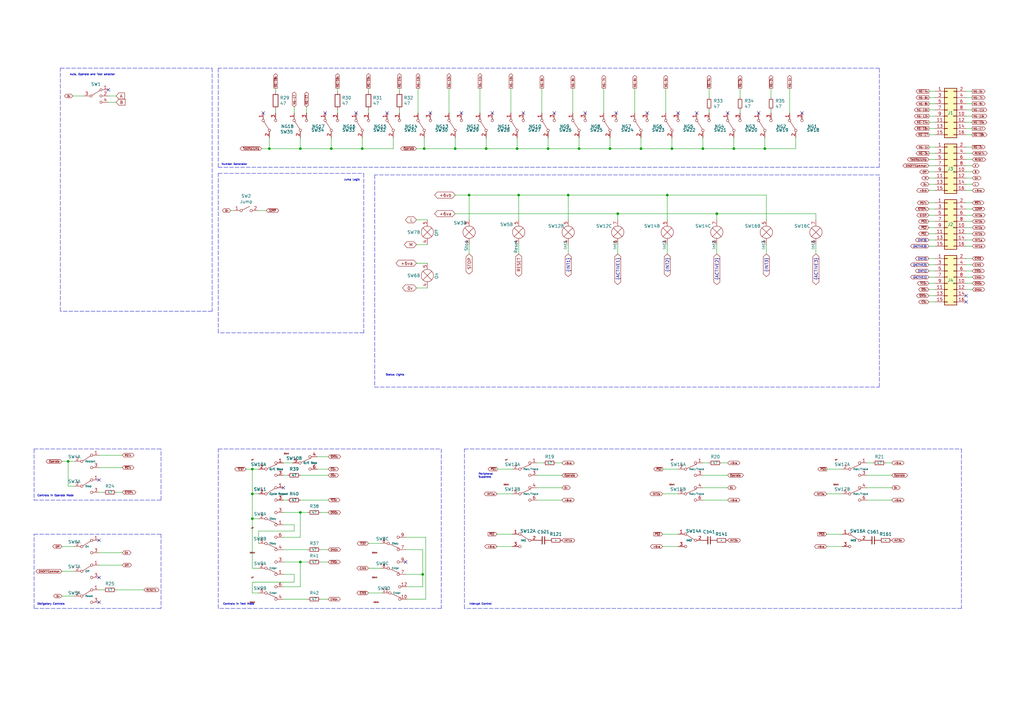
<source format=kicad_sch>
(kicad_sch (version 20211123) (generator eeschema)
  (paper "A3")
  (lib_symbols
    (symbol "Connector_Generic:Conn_02x08_Odd_Even" (pin_names (offset 1.016) hide)
      (property "Reference" "J" (at 1.27 10.16 0))
      (property "Value" "Conn_02x08_Odd_Even" (at 1.27 -12.7 0))
      (symbol "Conn_02x08_Odd_Even_1_1"
        (pin passive line (at -5.08 7.62 0) (length 3.81) (name "Pin_1") (number "1"))
        (pin passive line (at 7.62 -2.54 180) (length 3.81) (name "Pin_10") (number "10"))
        (pin passive line (at -5.08 -5.08 0) (length 3.81) (name "Pin_11") (number "11"))
        (pin passive line (at 7.62 -5.08 180) (length 3.81) (name "Pin_12") (number "12"))
        (pin passive line (at -5.08 -7.62 0) (length 3.81) (name "Pin_13") (number "13"))
        (pin passive line (at 7.62 -7.62 180) (length 3.81) (name "Pin_14") (number "14"))
        (pin passive line (at -5.08 -10.16 0) (length 3.81) (name "Pin_15") (number "15"))
        (pin passive line (at 7.62 -10.16 180) (length 3.81) (name "Pin_16") (number "16"))
        (pin passive line (at 7.62 7.62 180) (length 3.81) (name "Pin_2") (number "2"))
        (pin passive line (at -5.08 5.08 0) (length 3.81) (name "Pin_3") (number "3"))
        (pin passive line (at 7.62 5.08 180) (length 3.81) (name "Pin_4") (number "4"))
        (pin passive line (at -5.08 2.54 0) (length 3.81) (name "Pin_5") (number "5"))
        (pin passive line (at 7.62 2.54 180) (length 3.81) (name "Pin_6") (number "6"))
        (pin passive line (at -5.08 0 0) (length 3.81) (name "Pin_7") (number "7"))
        (pin passive line (at 7.62 0 180) (length 3.81) (name "Pin_8") (number "8"))
        (pin passive line (at -5.08 -2.54 0) (length 3.81) (name "Pin_9") (number "9"))
      )
    )
    (symbol "Control-Panel1-rescue:ControlPanelSelectors-LSA" (pin_names (offset 0) hide)
      (property "Reference" "SW" (at 0 4.318 0))
      (property "Value" "ControlPanelSelectors-LSA" (at 0 -5.08 0))
      (symbol "ControlPanelSelectors-LSA_1_0"
        (text "UP" (at -7.62 3.81 0) (effects (font (size 0.508 0.508))))
      )
      (symbol "ControlPanelSelectors-LSA_1_1"
        (pin passive line (at 5.08 2.54 180) (length 2.54) (name "~") (number "1"))
        (pin passive line (at -5.08 0 0) (length 2.54) (name "~") (number "2"))
        (pin passive line (at 5.08 -2.54 180) (length 2.54) (name "~") (number "3"))
      )
      (symbol "ControlPanelSelectors-LSA_2_1"
        (text "DOWN" (at -7.62 3.81 0) (effects (font (size 0.508 0.508))))
        (pin passive line (at 5.08 2.54 180) (length 2.54) (name "~") (number "4"))
        (pin passive line (at -5.08 0 0) (length 2.54) (name "B") (number "5"))
        (pin passive line (at 5.08 -2.54 180) (length 2.54) (name "~") (number "6"))
      )
      (symbol "ControlPanelSelectors-LSA_3_1"
        (text "DOWN" (at -7.62 3.81 0) (effects (font (size 0.508 0.508))))
        (pin passive line (at 5.08 2.54 180) (length 2.54) (name "~") (number "7"))
        (pin passive line (at -5.08 0 0) (length 2.54) (name "~") (number "8"))
        (pin passive line (at 5.08 -2.54 180) (length 2.54) (name "~") (number "9"))
      )
      (symbol "ControlPanelSelectors-LSA_4_1"
        (text "DOWN" (at -7.62 3.81 0) (effects (font (size 0.508 0.508))))
        (pin passive line (at 5.08 2.54 180) (length 2.54) (name "~") (number "10"))
        (pin passive line (at -5.08 0 0) (length 2.54) (name "~") (number "11"))
        (pin passive line (at 5.08 -2.54 180) (length 2.54) (name "~") (number "12"))
      )
    )
    (symbol "Control-Panel1-rescue:SPDT_Illuminated-LSA" (pin_names (offset 0) hide)
      (property "Reference" "SW" (at 0 4.318 0))
      (property "Value" "SPDT_Illuminated-LSA" (at 0 -5.08 0))
      (symbol "SPDT_Illuminated-LSA_1_1"
        (pin passive line (at 5.08 2.54 180) (length 2.54) (name "A") (number "1"))
        (pin passive line (at -5.08 0 0) (length 2.54) (name "B") (number "2"))
        (pin passive line (at 5.08 -2.54 180) (length 2.54) (name "C") (number "3"))
      )
      (symbol "SPDT_Illuminated-LSA_2_1"
        (pin passive line (at 5.08 0 180) (length 2.54) (name "+") (number "4"))
        (pin passive line (at -5.08 0 0) (length 2.54) (name "-") (number "5"))
      )
    )
    (symbol "Control-Panel1-rescue:SPDT_Illuminatedx2-LSA" (pin_names (offset 0) hide)
      (property "Reference" "SW" (at 0 4.318 0))
      (property "Value" "SPDT_Illuminatedx2-LSA" (at 0 -5.08 0))
      (symbol "SPDT_Illuminatedx2-LSA_1_1"
        (pin passive line (at 5.08 2.54 180) (length 2.54) (name "A") (number "1"))
        (pin passive line (at -5.08 0 0) (length 2.54) (name "B") (number "2"))
        (pin passive line (at 5.08 -2.54 180) (length 2.54) (name "C") (number "3"))
      )
      (symbol "SPDT_Illuminatedx2-LSA_2_1"
        (pin passive line (at 5.08 0 180) (length 2.54) (name "+") (number "4"))
        (pin passive line (at -5.08 0 0) (length 2.54) (name "-") (number "5"))
      )
      (symbol "SPDT_Illuminatedx2-LSA_3_1"
        (pin passive line (at 5.08 0 180) (length 2.54) (name "+") (number "6"))
        (pin passive line (at -5.08 0 0) (length 2.54) (name "-") (number "7"))
      )
    )
    (symbol "Device:C_Small" (pin_numbers hide) (pin_names (offset 0.254) hide)
      (property "Reference" "C" (at 0.254 1.778 0))
      (property "Value" "C_Small" (at 0.254 -2.032 0))
      (symbol "C_Small_1_1"
        (pin passive line (at 0 2.54 270) (length 2.032) (name "~") (number "1"))
        (pin passive line (at 0 -2.54 90) (length 2.032) (name "~") (number "2"))
      )
    )
    (symbol "Device:R" (pin_numbers hide) (pin_names (offset 0))
      (property "Reference" "R" (at 2.032 0 90))
      (property "Value" "R" (at 0 0 90))
      (symbol "R_1_1"
        (pin passive line (at 0 3.81 270) (length 1.27) (name "~") (number "1"))
        (pin passive line (at 0 -3.81 90) (length 1.27) (name "~") (number "2"))
      )
    )
    (symbol "Device:R_Small" (pin_numbers hide) (pin_names (offset 0.254) hide)
      (property "Reference" "R" (at 0.762 0.508 0))
      (property "Value" "R_Small" (at 0.762 -1.016 0))
      (symbol "R_Small_1_1"
        (pin passive line (at 0 2.54 270) (length 0.762) (name "~") (number "1"))
        (pin passive line (at 0 -2.54 90) (length 0.762) (name "~") (number "2"))
      )
    )
    (symbol "Switch:SW_SP3T" (pin_names (offset 0) hide)
      (property "Reference" "SW" (at 0 5.08 0))
      (property "Value" "SW_SP3T" (at 0 -5.08 0))
      (symbol "SW_SP3T_1_1"
        (pin passive line (at 5.08 2.54 180) (length 2.54) (name "1") (number "1"))
        (pin passive line (at 5.08 0 180) (length 2.54) (name "2") (number "2"))
        (pin passive line (at -5.08 0 0) (length 2.54) (name "3") (number "3"))
        (pin passive line (at 5.08 -2.54 180) (length 2.54) (name "4") (number "4"))
      )
    )
    (symbol "Switch:SW_SPDT" (pin_names (offset 0) hide)
      (property "Reference" "SW" (at 0 4.318 0))
      (property "Value" "SW_SPDT" (at 0 -5.08 0))
      (symbol "SW_SPDT_1_1"
        (pin passive line (at 5.08 2.54 180) (length 2.54) (name "A") (number "1"))
        (pin passive line (at -5.08 0 0) (length 2.54) (name "B") (number "2"))
        (pin passive line (at 5.08 -2.54 180) (length 2.54) (name "C") (number "3"))
      )
    )
    (symbol "Switch:SW_SPST" (pin_names (offset 0) hide)
      (property "Reference" "SW" (at 0 3.175 0))
      (property "Value" "SW_SPST" (at 0 -2.54 0))
      (symbol "SW_SPST_1_1"
        (pin passive line (at -5.08 0 0) (length 2.54) (name "A") (number "1"))
        (pin passive line (at 5.08 0 180) (length 2.54) (name "B") (number "2"))
      )
    )
  )
  (junction (at 173.99 60.96))
  (junction (at 27.94 189.23))
  (junction (at 212.09 60.96))
  (junction (at 237.49 60.96))
  (junction (at 135.89 60.96))
  (junction (at 110.49 60.96))
  (junction (at 123.19 210.185))
  (junction (at 123.19 230.505))
  (junction (at 192.405 80.01))
  (junction (at 148.59 60.96))
  (junction (at 275.59 60.96))
  (junction (at 212.725 80.01))
  (junction (at 313.69 60.96))
  (junction (at 300.99 60.96))
  (junction (at 173.355 235.585))
  (junction (at 103.505 202.565))
  (junction (at 273.685 80.01))
  (junction (at 233.045 80.01))
  (junction (at 123.19 60.96))
  (junction (at 103.505 212.725))
  (junction (at 103.505 192.405))
  (junction (at 186.69 60.96))
  (junction (at 262.89 60.96))
  (junction (at 199.39 60.96))
  (junction (at 224.79 60.96))
  (junction (at 253.365 87.63))
  (junction (at 288.29 60.96))
  (junction (at 250.19 60.96))
  (junction (at 294.005 87.63))
  (no_connect (at 176.53 46.355))
  (no_connect (at 214.63 46.355))
  (no_connect (at 396.24 121.285))
  (no_connect (at 44.45 36.83))
  (no_connect (at 146.05 46.355))
  (no_connect (at 265.43 46.355))
  (no_connect (at 311.15 46.355))
  (no_connect (at 189.23 46.355))
  (no_connect (at 107.95 46.355))
  (no_connect (at 240.03 46.355))
  (no_connect (at 328.93 46.355))
  (no_connect (at 278.13 46.355))
  (no_connect (at 158.75 46.355))
  (no_connect (at 40.64 247.015))
  (no_connect (at 116.205 200.025))
  (no_connect (at 285.75 46.355))
  (no_connect (at 201.93 46.355))
  (no_connect (at 298.45 46.355))
  (no_connect (at 252.73 46.355))
  (no_connect (at 40.64 221.615))
  (no_connect (at 227.33 46.355))
  (no_connect (at 133.35 46.355))
  (no_connect (at 166.37 230.505))
  (no_connect (at 40.64 196.85))
  (no_connect (at 396.24 123.825))
  (no_connect (at 40.64 236.855))
  (wire (pts (xy 103.505 192.405) (xy 106.045 192.405)))
  (wire (pts (xy 288.29 60.96) (xy 275.59 60.96)))
  (wire (pts (xy 323.85 36.195) (xy 323.85 46.355)))
  (wire (pts (xy 59.055 241.935) (xy 47.625 241.935)))
  (wire (pts (xy 173.355 240.665) (xy 167.005 240.665)))
  (wire (pts (xy 237.49 56.515) (xy 237.49 60.96)))
  (wire (pts (xy 174.625 245.745) (xy 167.005 245.745)))
  (polyline (pts (xy 13.97 219.075) (xy 66.04 219.075)))
  (wire (pts (xy 381 111.125) (xy 383.54 111.125)))
  (wire (pts (xy 381 116.205) (xy 383.54 116.205)))
  (wire (pts (xy 192.405 100.33) (xy 192.405 104.14)))
  (wire (pts (xy 166.37 225.425) (xy 173.355 225.425)))
  (polyline (pts (xy 66.04 219.075) (xy 66.04 249.555)))
  (wire (pts (xy 358.14 189.865) (xy 355.6 189.865)))
  (polyline (pts (xy 89.535 136.525) (xy 89.535 71.12)))
  (wire (pts (xy 381 42.545) (xy 383.54 42.545)))
  (wire (pts (xy 106.045 233.045) (xy 103.505 233.045)))
  (wire (pts (xy 212.09 60.96) (xy 199.39 60.96)))
  (wire (pts (xy 50.165 226.695) (xy 40.64 226.695)))
  (wire (pts (xy 131.445 210.185) (xy 134.62 210.185)))
  (wire (pts (xy 396.24 62.865) (xy 398.78 62.865)))
  (wire (pts (xy 161.29 60.96) (xy 148.59 60.96)))
  (wire (pts (xy 103.505 233.045) (xy 103.505 212.725)))
  (polyline (pts (xy 89.535 71.12) (xy 149.225 71.12)))
  (wire (pts (xy 381 40.005) (xy 383.54 40.005)))
  (wire (pts (xy 396.24 65.405) (xy 398.78 65.405)))
  (wire (pts (xy 381 90.805) (xy 383.54 90.805)))
  (wire (pts (xy 381 118.745) (xy 383.54 118.745)))
  (wire (pts (xy 381 108.585) (xy 383.54 108.585)))
  (wire (pts (xy 110.49 56.515) (xy 110.49 60.96)))
  (wire (pts (xy 381 123.825) (xy 383.54 123.825)))
  (wire (pts (xy 396.24 111.125) (xy 398.78 111.125)))
  (wire (pts (xy 396.24 73.025) (xy 398.78 73.025)))
  (wire (pts (xy 313.69 60.96) (xy 300.99 60.96)))
  (wire (pts (xy 173.355 225.425) (xy 173.355 235.585)))
  (wire (pts (xy 381 83.185) (xy 383.54 83.185)))
  (wire (pts (xy 316.23 45.085) (xy 316.23 46.355)))
  (wire (pts (xy 103.505 212.725) (xy 103.505 202.565)))
  (wire (pts (xy 170.815 100.33) (xy 175.26 100.33)))
  (wire (pts (xy 381 95.885) (xy 383.54 95.885)))
  (wire (pts (xy 151.13 46.355) (xy 151.13 45.085)))
  (polyline (pts (xy 13.97 184.15) (xy 13.97 205.105)))
  (polyline (pts (xy 190.5 249.555) (xy 190.5 184.15)))
  (wire (pts (xy 134.62 192.405) (xy 130.175 192.405)))
  (wire (pts (xy 222.25 46.355) (xy 222.25 36.195)))
  (polyline (pts (xy 89.535 68.58) (xy 360.68 68.58)))
  (wire (pts (xy 355.6 205.105) (xy 365.76 205.105)))
  (wire (pts (xy 106.045 86.36) (xy 109.22 86.36)))
  (wire (pts (xy 247.65 36.195) (xy 247.65 46.355)))
  (wire (pts (xy 398.78 70.485) (xy 396.24 70.485)))
  (wire (pts (xy 396.24 37.465) (xy 398.78 37.465)))
  (wire (pts (xy 163.83 45.085) (xy 163.83 46.355)))
  (polyline (pts (xy 13.97 249.555) (xy 13.97 219.075)))
  (wire (pts (xy 381 60.325) (xy 383.54 60.325)))
  (wire (pts (xy 396.24 83.185) (xy 398.78 83.185)))
  (wire (pts (xy 212.09 56.515) (xy 212.09 60.96)))
  (wire (pts (xy 203.835 224.155) (xy 210.185 224.155)))
  (wire (pts (xy 365.76 200.025) (xy 355.6 200.025)))
  (wire (pts (xy 118.11 194.945) (xy 116.205 194.945)))
  (polyline (pts (xy 360.68 27.94) (xy 89.535 27.94)))
  (wire (pts (xy 253.365 90.17) (xy 253.365 87.63)))
  (wire (pts (xy 151.13 37.465) (xy 151.13 36.195)))
  (wire (pts (xy 47.625 41.91) (xy 44.45 41.91)))
  (polyline (pts (xy 149.225 71.12) (xy 149.225 136.525)))
  (wire (pts (xy 25.4 224.155) (xy 30.48 224.155)))
  (wire (pts (xy 381 55.245) (xy 383.54 55.245)))
  (wire (pts (xy 151.13 233.045) (xy 156.21 233.045)))
  (wire (pts (xy 175.26 90.17) (xy 170.815 90.17)))
  (wire (pts (xy 110.49 60.96) (xy 123.19 60.96)))
  (wire (pts (xy 271.78 192.405) (xy 278.13 192.405)))
  (wire (pts (xy 396.24 47.625) (xy 398.78 47.625)))
  (wire (pts (xy 303.53 45.085) (xy 303.53 46.355)))
  (wire (pts (xy 116.205 230.505) (xy 123.19 230.505)))
  (wire (pts (xy 123.19 220.345) (xy 123.19 210.185)))
  (wire (pts (xy 203.835 192.405) (xy 210.185 192.405)))
  (polyline (pts (xy 24.765 27.94) (xy 86.995 27.94)))
  (wire (pts (xy 40.64 191.77) (xy 50.165 191.77)))
  (wire (pts (xy 120.65 238.76) (xy 103.505 238.76)))
  (wire (pts (xy 294.005 87.63) (xy 334.645 87.63)))
  (wire (pts (xy 300.99 56.515) (xy 300.99 60.96)))
  (wire (pts (xy 339.09 224.155) (xy 345.44 224.155)))
  (wire (pts (xy 120.015 189.865) (xy 116.205 189.865)))
  (wire (pts (xy 120.65 235.585) (xy 120.65 238.76)))
  (wire (pts (xy 199.39 60.96) (xy 186.69 60.96)))
  (wire (pts (xy 25.4 189.23) (xy 27.94 189.23)))
  (wire (pts (xy 396.24 98.425) (xy 398.78 98.425)))
  (polyline (pts (xy 86.995 27.94) (xy 86.995 127.635)))
  (wire (pts (xy 381 106.045) (xy 383.54 106.045)))
  (wire (pts (xy 135.89 56.515) (xy 135.89 60.96)))
  (wire (pts (xy 396.24 106.045) (xy 398.78 106.045)))
  (wire (pts (xy 192.405 80.01) (xy 212.725 80.01)))
  (wire (pts (xy 233.045 80.01) (xy 273.685 80.01)))
  (wire (pts (xy 148.59 56.515) (xy 148.59 60.96)))
  (wire (pts (xy 116.205 240.665) (xy 123.19 240.665)))
  (wire (pts (xy 209.55 36.195) (xy 209.55 46.355)))
  (wire (pts (xy 233.045 90.17) (xy 233.045 80.01)))
  (wire (pts (xy 138.43 45.085) (xy 138.43 46.355)))
  (wire (pts (xy 383.54 70.485) (xy 381 70.485)))
  (wire (pts (xy 116.205 220.345) (xy 123.19 220.345)))
  (wire (pts (xy 173.355 235.585) (xy 173.355 240.665)))
  (wire (pts (xy 262.89 56.515) (xy 262.89 60.96)))
  (wire (pts (xy 396.24 93.345) (xy 398.78 93.345)))
  (wire (pts (xy 334.645 87.63) (xy 334.645 90.17)))
  (polyline (pts (xy 360.68 71.755) (xy 153.67 71.755)))
  (wire (pts (xy 151.13 222.885) (xy 156.21 222.885)))
  (wire (pts (xy 326.39 56.515) (xy 326.39 60.96)))
  (wire (pts (xy 381 50.165) (xy 383.54 50.165)))
  (wire (pts (xy 253.365 87.63) (xy 294.005 87.63)))
  (wire (pts (xy 123.19 205.105) (xy 134.62 205.105)))
  (wire (pts (xy 175.26 107.95) (xy 170.815 107.95)))
  (wire (pts (xy 203.835 219.075) (xy 210.185 219.075)))
  (wire (pts (xy 273.685 80.01) (xy 314.325 80.01)))
  (polyline (pts (xy 360.68 68.58) (xy 360.68 27.94)))
  (wire (pts (xy 381 93.345) (xy 383.54 93.345)))
  (wire (pts (xy 113.03 37.465) (xy 113.03 36.195)))
  (wire (pts (xy 230.505 194.945) (xy 220.345 194.945)))
  (wire (pts (xy 212.725 90.17) (xy 212.725 80.01)))
  (wire (pts (xy 224.79 56.515) (xy 224.79 60.96)))
  (wire (pts (xy 173.355 235.585) (xy 166.37 235.585)))
  (polyline (pts (xy 89.535 249.555) (xy 89.535 184.15)))
  (polyline (pts (xy 66.04 249.555) (xy 13.97 249.555)))
  (wire (pts (xy 233.045 100.33) (xy 233.045 104.14)))
  (wire (pts (xy 381 75.565) (xy 383.54 75.565)))
  (wire (pts (xy 381 73.025) (xy 383.54 73.025)))
  (wire (pts (xy 396.24 116.205) (xy 398.78 116.205)))
  (polyline (pts (xy 13.97 184.15) (xy 66.04 184.15)))
  (wire (pts (xy 234.95 36.195) (xy 234.95 46.355)))
  (wire (pts (xy 339.09 192.405) (xy 345.44 192.405)))
  (wire (pts (xy 103.505 243.205) (xy 106.045 243.205)))
  (wire (pts (xy 230.505 200.025) (xy 220.345 200.025)))
  (wire (pts (xy 398.78 85.725) (xy 396.24 85.725)))
  (wire (pts (xy 262.89 60.96) (xy 250.19 60.96)))
  (wire (pts (xy 273.685 90.17) (xy 273.685 80.01)))
  (wire (pts (xy 116.205 215.265) (xy 120.65 215.265)))
  (wire (pts (xy 260.35 46.355) (xy 260.35 36.195)))
  (wire (pts (xy 131.445 230.505) (xy 134.62 230.505)))
  (wire (pts (xy 298.45 189.865) (xy 295.91 189.865)))
  (wire (pts (xy 222.885 189.865) (xy 220.345 189.865)))
  (wire (pts (xy 170.815 60.96) (xy 173.99 60.96)))
  (wire (pts (xy 288.29 205.105) (xy 298.45 205.105)))
  (wire (pts (xy 396.24 78.105) (xy 398.78 78.105)))
  (wire (pts (xy 184.15 36.195) (xy 184.15 46.355)))
  (polyline (pts (xy 180.975 249.555) (xy 89.535 249.555)))
  (wire (pts (xy 116.205 245.745) (xy 126.365 245.745)))
  (wire (pts (xy 381 100.965) (xy 383.54 100.965)))
  (wire (pts (xy 314.325 100.33) (xy 314.325 104.14)))
  (wire (pts (xy 396.24 40.005) (xy 398.78 40.005)))
  (wire (pts (xy 199.39 56.515) (xy 199.39 60.96)))
  (wire (pts (xy 224.79 60.96) (xy 212.09 60.96)))
  (wire (pts (xy 113.03 46.355) (xy 113.03 45.085)))
  (wire (pts (xy 365.76 189.865) (xy 363.22 189.865)))
  (wire (pts (xy 120.65 217.805) (xy 106.045 217.805)))
  (wire (pts (xy 50.165 231.775) (xy 40.64 231.775)))
  (wire (pts (xy 40.64 201.93) (xy 42.545 201.93)))
  (polyline (pts (xy 66.04 205.105) (xy 66.04 184.15)))
  (wire (pts (xy 381 88.265) (xy 383.54 88.265)))
  (wire (pts (xy 398.78 90.805) (xy 396.24 90.805)))
  (wire (pts (xy 339.09 202.565) (xy 345.44 202.565)))
  (polyline (pts (xy 394.335 184.15) (xy 394.335 249.555)))
  (wire (pts (xy 212.725 100.33) (xy 212.725 104.14)))
  (wire (pts (xy 123.19 210.185) (xy 126.365 210.185)))
  (wire (pts (xy 174.625 220.345) (xy 174.625 245.745)))
  (wire (pts (xy 381 113.665) (xy 383.54 113.665)))
  (wire (pts (xy 106.045 217.805) (xy 106.045 222.885)))
  (wire (pts (xy 381 47.625) (xy 383.54 47.625)))
  (polyline (pts (xy 153.67 158.75) (xy 360.68 158.75)))
  (wire (pts (xy 237.49 60.96) (xy 224.79 60.96)))
  (wire (pts (xy 314.325 90.17) (xy 314.325 80.01)))
  (wire (pts (xy 316.23 36.195) (xy 316.23 40.005)))
  (wire (pts (xy 365.76 194.945) (xy 355.6 194.945)))
  (wire (pts (xy 396.24 100.965) (xy 398.78 100.965)))
  (polyline (pts (xy 89.535 184.15) (xy 180.975 184.15)))
  (wire (pts (xy 396.24 67.945) (xy 398.78 67.945)))
  (wire (pts (xy 173.99 60.96) (xy 173.99 56.515)))
  (wire (pts (xy 42.545 241.935) (xy 40.64 241.935)))
  (polyline (pts (xy 360.68 158.75) (xy 360.68 71.755)))
  (wire (pts (xy 116.205 235.585) (xy 120.65 235.585)))
  (wire (pts (xy 120.65 215.265) (xy 120.65 217.805)))
  (wire (pts (xy 220.345 205.105) (xy 230.505 205.105)))
  (wire (pts (xy 381 65.405) (xy 383.54 65.405)))
  (wire (pts (xy 151.13 243.205) (xy 156.845 243.205)))
  (wire (pts (xy 118.11 205.105) (xy 116.205 205.105)))
  (wire (pts (xy 130.175 187.325) (xy 134.62 187.325)))
  (wire (pts (xy 396.24 113.665) (xy 398.78 113.665)))
  (wire (pts (xy 107.315 60.96) (xy 110.49 60.96)))
  (wire (pts (xy 398.78 88.265) (xy 396.24 88.265)))
  (wire (pts (xy 383.54 98.425) (xy 381 98.425)))
  (polyline (pts (xy 89.535 27.94) (xy 89.535 68.58)))
  (wire (pts (xy 123.19 240.665) (xy 123.19 230.505)))
  (wire (pts (xy 381 85.725) (xy 383.54 85.725)))
  (wire (pts (xy 396.24 108.585) (xy 398.78 108.585)))
  (wire (pts (xy 326.39 60.96) (xy 313.69 60.96)))
  (polyline (pts (xy 394.335 249.555) (xy 190.5 249.555)))
  (wire (pts (xy 25.4 244.475) (xy 30.48 244.475)))
  (wire (pts (xy 398.78 95.885) (xy 396.24 95.885)))
  (wire (pts (xy 273.685 100.33) (xy 273.685 104.14)))
  (wire (pts (xy 250.19 60.96) (xy 237.49 60.96)))
  (wire (pts (xy 288.29 56.515) (xy 288.29 60.96)))
  (wire (pts (xy 290.83 189.865) (xy 288.29 189.865)))
  (polyline (pts (xy 13.97 205.105) (xy 66.04 205.105)))
  (wire (pts (xy 103.505 238.76) (xy 103.505 243.205)))
  (wire (pts (xy 396.24 55.245) (xy 398.78 55.245)))
  (wire (pts (xy 396.24 52.705) (xy 398.78 52.705)))
  (polyline (pts (xy 86.995 127.635) (xy 24.765 127.635)))
  (wire (pts (xy 250.19 56.515) (xy 250.19 60.96)))
  (wire (pts (xy 275.59 60.96) (xy 262.89 60.96)))
  (wire (pts (xy 138.43 36.195) (xy 138.43 37.465)))
  (wire (pts (xy 381 45.085) (xy 383.54 45.085)))
  (wire (pts (xy 253.365 100.33) (xy 253.365 104.14)))
  (wire (pts (xy 271.78 224.155) (xy 278.13 224.155)))
  (wire (pts (xy 50.165 201.93) (xy 47.625 201.93)))
  (wire (pts (xy 163.83 36.195) (xy 163.83 37.465)))
  (wire (pts (xy 271.78 219.075) (xy 278.13 219.075)))
  (wire (pts (xy 396.24 118.745) (xy 398.78 118.745)))
  (wire (pts (xy 396.24 75.565) (xy 398.78 75.565)))
  (wire (pts (xy 27.94 189.23) (xy 30.48 189.23)))
  (wire (pts (xy 398.78 60.325) (xy 396.24 60.325)))
  (wire (pts (xy 29.845 39.37) (xy 34.29 39.37)))
  (wire (pts (xy 186.69 56.515) (xy 186.69 60.96)))
  (wire (pts (xy 161.29 56.515) (xy 161.29 60.96)))
  (wire (pts (xy 298.45 200.025) (xy 288.29 200.025)))
  (wire (pts (xy 383.54 62.865) (xy 381 62.865)))
  (wire (pts (xy 271.78 202.565) (xy 278.13 202.565)))
  (polyline (pts (xy 180.975 184.15) (xy 180.975 249.555)))
  (wire (pts (xy 290.83 36.195) (xy 290.83 40.005)))
  (wire (pts (xy 192.405 90.17) (xy 192.405 80.01)))
  (wire (pts (xy 294.005 100.33) (xy 294.005 104.14)))
  (wire (pts (xy 120.65 43.815) (xy 120.65 46.355)))
  (wire (pts (xy 94.615 86.36) (xy 95.885 86.36)))
  (polyline (pts (xy 149.225 136.525) (xy 89.535 136.525)))
  (wire (pts (xy 166.37 220.345) (xy 174.625 220.345)))
  (polyline (pts (xy 153.67 71.755) (xy 153.67 158.75)))
  (wire (pts (xy 40.64 186.69) (xy 50.165 186.69)))
  (wire (pts (xy 303.53 36.195) (xy 303.53 40.005)))
  (wire (pts (xy 100.965 192.405) (xy 103.505 192.405)))
  (wire (pts (xy 273.05 46.355) (xy 273.05 36.195)))
  (wire (pts (xy 381 52.705) (xy 383.54 52.705)))
  (wire (pts (xy 396.24 42.545) (xy 398.78 42.545)))
  (polyline (pts (xy 190.5 184.15) (xy 394.335 184.15)))
  (wire (pts (xy 396.24 50.165) (xy 398.78 50.165)))
  (wire (pts (xy 381 37.465) (xy 383.54 37.465)))
  (wire (pts (xy 123.19 60.96) (xy 123.19 56.515)))
  (polyline (pts (xy 24.765 127.635) (xy 24.765 27.94)))
  (wire (pts (xy 186.69 87.63) (xy 253.365 87.63)))
  (wire (pts (xy 381 121.285) (xy 383.54 121.285)))
  (wire (pts (xy 116.205 210.185) (xy 123.19 210.185)))
  (wire (pts (xy 186.69 80.01) (xy 192.405 80.01)))
  (wire (pts (xy 171.45 36.195) (xy 171.45 46.355)))
  (wire (pts (xy 396.24 45.085) (xy 398.78 45.085)))
  (wire (pts (xy 294.005 90.17) (xy 294.005 87.63)))
  (wire (pts (xy 25.4 234.315) (xy 30.48 234.315)))
  (wire (pts (xy 290.83 45.085) (xy 290.83 46.355)))
  (wire (pts (xy 381 67.945) (xy 383.54 67.945)))
  (wire (pts (xy 123.19 230.505) (xy 126.365 230.505)))
  (wire (pts (xy 313.69 56.515) (xy 313.69 60.96)))
  (wire (pts (xy 135.89 60.96) (xy 123.19 60.96)))
  (wire (pts (xy 44.45 39.37) (xy 47.625 39.37)))
  (wire (pts (xy 383.54 78.105) (xy 381 78.105)))
  (wire (pts (xy 106.045 212.725) (xy 103.505 212.725)))
  (wire (pts (xy 212.725 80.01) (xy 233.045 80.01)))
  (wire (pts (xy 339.09 219.075) (xy 345.44 219.075)))
  (wire (pts (xy 196.85 36.195) (xy 196.85 46.355)))
  (wire (pts (xy 148.59 60.96) (xy 135.89 60.96)))
  (wire (pts (xy 134.62 194.945) (xy 123.19 194.945)))
  (wire (pts (xy 186.69 60.96) (xy 173.99 60.96)))
  (wire (pts (xy 134.62 225.425) (xy 131.445 225.425)))
  (wire (pts (xy 170.815 118.11) (xy 175.26 118.11)))
  (wire (pts (xy 106.045 202.565) (xy 103.505 202.565)))
  (wire (pts (xy 27.94 199.39) (xy 27.94 189.23)))
  (wire (pts (xy 134.62 245.745) (xy 131.445 245.745)))
  (wire (pts (xy 275.59 56.515) (xy 275.59 60.96)))
  (wire (pts (xy 230.505 189.865) (xy 227.965 189.865)))
  (wire (pts (xy 203.835 202.565) (xy 210.185 202.565)))
  (wire (pts (xy 300.99 60.96) (xy 288.29 60.96)))
  (wire (pts (xy 125.73 43.815) (xy 125.73 46.355)))
  (wire (pts (xy 334.645 100.33) (xy 334.645 104.14)))
  (wire (pts (xy 30.48 199.39) (xy 27.94 199.39)))
  (wire (pts (xy 298.45 194.945) (xy 288.29 194.945)))
  (wire (pts (xy 116.205 225.425) (xy 126.365 225.425)))
  (wire (pts (xy 103.505 202.565) (xy 103.505 192.405)))
  (text "Peripheral\nSuppress" (at 196.215 196.215 0) (effects (font (size 0.762 0.762)) (justify left bottom)))
  (text "Controls in Test Mode" (at 91.44 248.285 0) (effects (font (size 0.762 0.762)) (justify left bottom)))
  (text "Auto, Operate and Test selector" (at 28.575 31.115 0) (effects (font (size 0.762 0.762)) (justify left bottom)))
  (text "Controls in Operate Mode" (at 15.24 203.835 0) (effects (font (size 0.762 0.762)) (justify left bottom)))
  (text "Status Lights" (at 158.115 154.305 0) (effects (font (size 0.762 0.762)) (justify left bottom)))
  (text "Obligatory Controls" (at 15.24 248.285 0) (effects (font (size 0.762 0.762)) (justify left bottom)))
  (text "Number Generator" (at 90.805 67.945 0) (effects (font (size 0.762 0.762)) (justify left bottom)))
  (text "Interupt Control" (at 192.405 248.285 0) (effects (font (size 0.762 0.762)) (justify left bottom)))
  (text "Jump Logic" (at 140.97 74.295 0) (effects (font (size 0.762 0.762)) (justify left bottom)))
  (global_label "~{NG-17}" (shape bidirectional) (at 125.73 43.815 90) (effects (font (size 0.762 0.762))) (property "Intersheet References" "${INTERSHEET_REFS}" (effects hide)))
  (global_label "RESETk" (shape bidirectional) (at 59.055 241.935 0) (effects (font (size 0.762 0.762))) (property "Intersheet References" "${INTERSHEET_REFS}" (effects hide)))
  (global_label "{ACTIVE1}" (shape bidirectional) (at 253.365 104.14 270) (property "Intersheet References" "${INTERSHEET_REFS}" (effects hide)))
  (global_label "INT1b" (shape bidirectional) (at 398.78 100.965 0) (effects (font (size 0.762 0.762))) (property "Intersheet References" "${INTERSHEET_REFS}" (effects hide)))
  (global_label "NG-9k" (shape output) (at 222.25 36.195 90) (effects (font (size 0.762 0.762))) (property "Intersheet References" "${INTERSHEET_REFS}" (effects hide)))
  (global_label "~{STOP}k" (shape bidirectional) (at 50.165 201.93 0) (effects (font (size 0.762 0.762))) (property "Intersheet References" "${INTERSHEET_REFS}" (effects hide)))
  (global_label "~{NG-17}" (shape output) (at 381 55.245 180) (effects (font (size 0.762 0.762))) (property "Intersheet References" "${INTERSHEET_REFS}" (effects hide)))
  (global_label "+6va" (shape bidirectional) (at 339.09 224.155 180) (effects (font (size 0.762 0.762))) (property "Intersheet References" "${INTERSHEET_REFS}" (effects hide)))
  (global_label "~{JUMP}" (shape bidirectional) (at 398.78 85.725 0) (effects (font (size 0.762 0.762))) (property "Intersheet References" "${INTERSHEET_REFS}" (effects hide)))
  (global_label "NG-9k" (shape output) (at 398.78 42.545 0) (effects (font (size 0.762 0.762))) (property "Intersheet References" "${INTERSHEET_REFS}" (effects hide)))
  (global_label "{ACTIVE2}" (shape bidirectional) (at 294.005 104.14 270) (property "Intersheet References" "${INTERSHEET_REFS}" (effects hide)))
  (global_label "~{Operate}" (shape bidirectional) (at 25.4 189.23 180) (effects (font (size 0.762 0.762))) (property "Intersheet References" "${INTERSHEET_REFS}" (effects hide)))
  (global_label "RESETk" (shape bidirectional) (at 398.78 62.865 0) (effects (font (size 0.762 0.762))) (property "Intersheet References" "${INTERSHEET_REFS}" (effects hide)))
  (global_label "{INT2}" (shape bidirectional) (at 381 106.045 180) (effects (font (size 0.762 0.762))) (property "Intersheet References" "${INTERSHEET_REFS}" (effects hide)))
  (global_label "INT2b" (shape bidirectional) (at 298.45 221.615 0) (effects (font (size 0.762 0.762))) (property "Intersheet References" "${INTERSHEET_REFS}" (effects hide)))
  (global_label "RSTk" (shape bidirectional) (at 381 83.185 180) (effects (font (size 0.762 0.762))) (property "Intersheet References" "${INTERSHEET_REFS}" (effects hide)))
  (global_label "~{ENG}k" (shape bidirectional) (at 134.62 230.505 0) (effects (font (size 0.762 0.762))) (property "Intersheet References" "${INTERSHEET_REFS}" (effects hide)))
  (global_label "NG-12k" (shape output) (at 381 47.625 180) (effects (font (size 0.762 0.762))) (property "Intersheet References" "${INTERSHEET_REFS}" (effects hide)))
  (global_label "ONGk" (shape bidirectional) (at 398.78 118.745 0) (effects (font (size 0.762 0.762))) (property "Intersheet References" "${INTERSHEET_REFS}" (effects hide)))
  (global_label "~{TestNoJump}" (shape bidirectional) (at 107.315 60.96 180) (effects (font (size 0.762 0.762))) (property "Intersheet References" "${INTERSHEET_REFS}" (effects hide)))
  (global_label "0v" (shape bidirectional) (at 29.845 39.37 180) (effects (font (size 0.762 0.762))) (property "Intersheet References" "${INTERSHEET_REFS}" (effects hide)))
  (global_label "~{PS1}" (shape bidirectional) (at 381 95.885 180) (effects (font (size 0.762 0.762))) (property "Intersheet References" "${INTERSHEET_REFS}" (effects hide)))
  (global_label "CINS" (shape bidirectional) (at 398.78 108.585 0) (effects (font (size 0.762 0.762))) (property "Intersheet References" "${INTERSHEET_REFS}" (effects hide)))
  (global_label "~{OS}k" (shape bidirectional) (at 134.62 194.945 0) (effects (font (size 0.762 0.762))) (property "Intersheet References" "${INTERSHEET_REFS}" (effects hide)))
  (global_label "~{NG-16}k" (shape output) (at 138.43 36.195 90) (effects (font (size 0.762 0.762))) (property "Intersheet References" "${INTERSHEET_REFS}" (effects hide)))
  (global_label "NG-6k" (shape output) (at 381 40.005 180) (effects (font (size 0.762 0.762))) (property "Intersheet References" "${INTERSHEET_REFS}" (effects hide)))
  (global_label "0v" (shape bidirectional) (at 365.76 200.025 0) (effects (font (size 0.762 0.762))) (property "Intersheet References" "${INTERSHEET_REFS}" (effects hide)))
  (global_label "~{CS}k" (shape bidirectional) (at 134.62 192.405 0) (effects (font (size 0.762 0.762))) (property "Intersheet References" "${INTERSHEET_REFS}" (effects hide)))
  (global_label "+6vb" (shape bidirectional) (at 186.69 80.01 180) (property "Intersheet References" "${INTERSHEET_REFS}" (effects hide)))
  (global_label "~{Operate}" (shape bidirectional) (at 230.505 194.945 0) (effects (font (size 0.762 0.762))) (property "Intersheet References" "${INTERSHEET_REFS}" (effects hide)))
  (global_label "~{JUMP}" (shape bidirectional) (at 109.22 86.36 0) (effects (font (size 0.762 0.762))) (property "Intersheet References" "${INTERSHEET_REFS}" (effects hide)))
  (global_label "NG-1k" (shape output) (at 323.85 36.195 90) (effects (font (size 0.762 0.762))) (property "Intersheet References" "${INTERSHEET_REFS}" (effects hide)))
  (global_label "~{RST}k" (shape bidirectional) (at 50.165 191.77 0) (effects (font (size 0.762 0.762))) (property "Intersheet References" "${INTERSHEET_REFS}" (effects hide)))
  (global_label "0v" (shape bidirectional) (at 381 75.565 180) (effects (font (size 0.762 0.762))) (property "Intersheet References" "${INTERSHEET_REFS}" (effects hide)))
  (global_label "+6va" (shape bidirectional) (at 298.45 189.865 0) (effects (font (size 0.762 0.762))) (property "Intersheet References" "${INTERSHEET_REFS}" (effects hide)))
  (global_label "~{NG-15}k" (shape output) (at 151.13 36.195 90) (effects (font (size 0.762 0.762))) (property "Intersheet References" "${INTERSHEET_REFS}" (effects hide)))
  (global_label "ONGk" (shape bidirectional) (at 134.62 225.425 0) (effects (font (size 0.762 0.762))) (property "Intersheet References" "${INTERSHEET_REFS}" (effects hide)))
  (global_label "~{TEST}" (shape bidirectional) (at 151.13 222.885 180) (effects (font (size 0.762 0.762))) (property "Intersheet References" "${INTERSHEET_REFS}" (effects hide)))
  (global_label "~{NG-15}k" (shape output) (at 398.78 50.165 0) (effects (font (size 0.762 0.762))) (property "Intersheet References" "${INTERSHEET_REFS}" (effects hide)))
  (global_label "A" (shape input) (at 47.625 39.37 0) (property "Intersheet References" "${INTERSHEET_REFS}" (effects hide)))
  (global_label "NG-13k" (shape output) (at 398.78 47.625 0) (effects (font (size 0.762 0.762))) (property "Intersheet References" "${INTERSHEET_REFS}" (effects hide)))
  (global_label "~{TEST}" (shape bidirectional) (at 100.965 192.405 180) (effects (font (size 0.762 0.762))) (property "Intersheet References" "${INTERSHEET_REFS}" (effects hide)))
  (global_label "~{TestNoJump}" (shape bidirectional) (at 381 65.405 180) (effects (font (size 0.762 0.762))) (property "Intersheet References" "${INTERSHEET_REFS}" (effects hide)))
  (global_label "~{CINS}" (shape bidirectional) (at 151.13 243.205 180) (effects (font (size 0.762 0.762))) (property "Intersheet References" "${INTERSHEET_REFS}" (effects hide)))
  (global_label "~{CINS}" (shape bidirectional) (at 398.78 106.045 0) (effects (font (size 0.762 0.762))) (property "Intersheet References" "${INTERSHEET_REFS}" (effects hide)))
  (global_label "NG-7k" (shape output) (at 247.65 36.195 90) (effects (font (size 0.762 0.762))) (property "Intersheet References" "${INTERSHEET_REFS}" (effects hide)))
  (global_label "NG-17" (shape bidirectional) (at 120.65 43.815 90) (effects (font (size 0.762 0.762))) (property "Intersheet References" "${INTERSHEET_REFS}" (effects hide)))
  (global_label "NG-8k" (shape output) (at 381 42.545 180) (effects (font (size 0.762 0.762))) (property "Intersheet References" "${INTERSHEET_REFS}" (effects hide)))
  (global_label "~{OS}k" (shape bidirectional) (at 381 118.745 180) (effects (font (size 0.762 0.762))) (property "Intersheet References" "${INTERSHEET_REFS}" (effects hide)))
  (global_label "~{ENG}k" (shape bidirectional) (at 398.78 111.125 0) (effects (font (size 0.762 0.762))) (property "Intersheet References" "${INTERSHEET_REFS}" (effects hide)))
  (global_label "~{PS2}" (shape output) (at 271.78 192.405 180) (effects (font (size 0.762 0.762))) (property "Intersheet References" "${INTERSHEET_REFS}" (effects hide)))
  (global_label "ONOFFCommon" (shape bidirectional) (at 381 67.945 180) (effects (font (size 0.762 0.762))) (property "Intersheet References" "${INTERSHEET_REFS}" (effects hide)))
  (global_label "NG-11k" (shape output) (at 398.78 45.085 0) (effects (font (size 0.762 0.762))) (property "Intersheet References" "${INTERSHEET_REFS}" (effects hide)))
  (global_label "~{RST}k" (shape bidirectional) (at 398.78 83.185 0) (effects (font (size 0.762 0.762))) (property "Intersheet References" "${INTERSHEET_REFS}" (effects hide)))
  (global_label "INT3a" (shape bidirectional) (at 339.09 202.565 180) (effects (font (size 0.762 0.762))) (property "Intersheet References" "${INTERSHEET_REFS}" (effects hide)))
  (global_label "+6va" (shape bidirectional) (at 203.835 224.155 180) (effects (font (size 0.762 0.762))) (property "Intersheet References" "${INTERSHEET_REFS}" (effects hide)))
  (global_label "~{PS3}" (shape input) (at 339.09 219.075 180) (effects (font (size 0.762 0.762))) (property "Intersheet References" "${INTERSHEET_REFS}" (effects hide)))
  (global_label "STOP" (shape bidirectional) (at 192.405 104.14 270) (property "Intersheet References" "${INTERSHEET_REFS}" (effects hide)))
  (global_label "RSTk" (shape bidirectional) (at 50.165 186.69 0) (effects (font (size 0.762 0.762))) (property "Intersheet References" "${INTERSHEET_REFS}" (effects hide)))
  (global_label "A" (shape bidirectional) (at 398.78 67.945 0) (effects (font (size 0.762 0.762))) (property "Intersheet References" "${INTERSHEET_REFS}" (effects hide)))
  (global_label "ONOFFCommon" (shape bidirectional) (at 25.4 234.315 180) (effects (font (size 0.762 0.762))) (property "Intersheet References" "${INTERSHEET_REFS}" (effects hide)))
  (global_label "~{TCS}k" (shape bidirectional) (at 134.62 205.105 0) (effects (font (size 0.762 0.762))) (property "Intersheet References" "${INTERSHEET_REFS}" (effects hide)))
  (global_label "On" (shape bidirectional) (at 50.165 226.695 0) (effects (font (size 0.762 0.762))) (property "Intersheet References" "${INTERSHEET_REFS}" (effects hide)))
  (global_label "NG-7k" (shape output) (at 398.78 40.005 0) (effects (font (size 0.762 0.762))) (property "Intersheet References" "${INTERSHEET_REFS}" (effects hide)))
  (global_label "+6va" (shape bidirectional) (at 365.76 205.105 0) (effects (font (size 0.762 0.762))) (property "Intersheet References" "${INTERSHEET_REFS}" (effects hide)))
  (global_label "~{PS1}" (shape input) (at 203.835 219.075 180) (effects (font (size 0.762 0.762))) (property "Intersheet References" "${INTERSHEET_REFS}" (effects hide)))
  (global_label "~{CS}k" (shape bidirectional) (at 381 123.825 180) (effects (font (size 0.762 0.762))) (property "Intersheet References" "${INTERSHEET_REFS}" (effects hide)))
  (global_label "~{NG-2}k" (shape output) (at 316.23 36.195 90) (effects (font (size 0.762 0.762))) (property "Intersheet References" "${INTERSHEET_REFS}" (effects hide)))
  (global_label "~{PS2}" (shape bidirectional) (at 381 93.345 180) (effects (font (size 0.762 0.762))) (property "Intersheet References" "${INTERSHEET_REFS}" (effects hide)))
  (global_label "~{PS1}" (shape output) (at 203.835 192.405 180) (effects (font (size 0.762 0.762))) (property "Intersheet References" "${INTERSHEET_REFS}" (effects hide)))
  (global_label "+6va" (shape bidirectional) (at 230.505 189.865 0) (effects (font (size 0.762 0.762))) (property "Intersheet References" "${INTERSHEET_REFS}" (effects hide)))
  (global_label "+6va" (shape bidirectional) (at 398.78 78.105 0) (effects (font (size 0.762 0.762))) (property "Intersheet References" "${INTERSHEET_REFS}" (effects hide)))
  (global_label "0v" (shape bidirectional) (at 25.4 244.475 180) (effects (font (size 0.762 0.762))) (property "Intersheet References" "${INTERSHEET_REFS}" (effects hide)))
  (global_label "~{NG-16}k" (shape output) (at 381 52.705 180) (effects (font (size 0.762 0.762))) (property "Intersheet References" "${INTERSHEET_REFS}" (effects hide)))
  (global_label "+6va" (shape bidirectional) (at 230.505 205.105 0) (effects (font (size 0.762 0.762))) (property "Intersheet References" "${INTERSHEET_REFS}" (effects hide)))
  (global_label "NG-8k" (shape output) (at 234.95 36.195 90) (effects (font (size 0.762 0.762))) (property "Intersheet References" "${INTERSHEET_REFS}" (effects hide)))
  (global_label "0v" (shape bidirectional) (at 94.615 86.36 180) (effects (font (size 0.762 0.762))) (property "Intersheet References" "${INTERSHEET_REFS}" (effects hide)))
  (global_label "~{PS2}" (shape input) (at 271.78 219.075 180) (effects (font (size 0.762 0.762))) (property "Intersheet References" "${INTERSHEET_REFS}" (effects hide)))
  (global_label "INT1b" (shape bidirectional) (at 230.505 221.615 0) (effects (font (size 0.762 0.762))) (property "Intersheet References" "${INTERSHEET_REFS}" (effects hide)))
  (global_label "0v" (shape bidirectional) (at 230.505 200.025 0) (effects (font (size 0.762 0.762))) (property "Intersheet References" "${INTERSHEET_REFS}" (effects hide)))
  (global_label "{INT1}" (shape bidirectional) (at 381 111.125 180) (effects (font (size 0.762 0.762))) (property "Intersheet References" "${INTERSHEET_REFS}" (effects hide)))
  (global_label "NG-6k" (shape output) (at 260.35 36.195 90) (effects (font (size 0.762 0.762))) (property "Intersheet References" "${INTERSHEET_REFS}" (effects hide)))
  (global_label "0v" (shape bidirectional) (at 298.45 200.025 0) (effects (font (size 0.762 0.762))) (property "Intersheet References" "${INTERSHEET_REFS}" (effects hide)))
  (global_label "INT2b" (shape bidirectional) (at 398.78 95.885 0) (effects (font (size 0.762 0.762))) (property "Intersheet References" "${INTERSHEET_REFS}" (effects hide)))
  (global_label "INT3a" (shape bidirectional) (at 398.78 88.265 0) (effects (font (size 0.762 0.762))) (property "Intersheet References" "${INTERSHEET_REFS}" (effects hide)))
  (global_label "M" (shape bidirectional) (at 170.815 100.33 180) (property "Intersheet References" "${INTERSHEET_REFS}" (effects hide)))
  (global_label "INT1a" (shape bidirectional) (at 203.835 202.565 180) (effects (font (size 0.762 0.762))) (property "Intersheet References" "${INTERSHEET_REFS}" (effects hide)))
  (global_label "RESET" (shape bidirectional) (at 398.78 65.405 0) (effects (font (size 0.762 0.762))) (property "Intersheet References" "${INTERSHEET_REFS}" (effects hide)))
  (global_label "B" (shape bidirectional) (at 398.78 70.485 0) (effects (font (size 0.762 0.762))) (property "Intersheet References" "${INTERSHEET_REFS}" (effects hide)))
  (global_label "{ACTIVE1}" (shape bidirectional) (at 381 113.665 180) (effects (font (size 0.762 0.762))) (property "Intersheet References" "${INTERSHEET_REFS}" (effects hide)))
  (global_label "0v" (shape bidirectional) (at 170.815 118.11 180) (property "Intersheet References" "${INTERSHEET_REFS}" (effects hide)))
  (global_label "~{NG-14}k" (shape output) (at 381 50.165 180) (effects (font (size 0.762 0.762))) (property "Intersheet References" "${INTERSHEET_REFS}" (effects hide)))
  (global_label "~{NG-18}k" (shape output) (at 398.78 55.245 0) (effects (font (size 0.762 0.762))) (property "Intersheet References" "${INTERSHEET_REFS}" (effects hide)))
  (global_label "NG-1k" (shape output) (at 381 60.325 180) (effects (font (size 0.762 0.762))) (property "Intersheet References" "${INTERSHEET_REFS}" (effects hide)))
  (global_label "Off" (shape bidirectional) (at 50.165 231.775 0) (effects (font (size 0.762 0.762))) (property "Intersheet References" "${INTERSHEET_REFS}" (effects hide)))
  (global_label "~{PS3}" (shape bidirectional) (at 381 90.805 180) (effects (font (size 0.762 0.762))) (property "Intersheet References" "${INTERSHEET_REFS}" (effects hide)))
  (global_label "CINS" (shape bidirectional) (at 151.13 233.045 180) (effects (font (size 0.762 0.762))) (property "Intersheet References" "${INTERSHEET_REFS}" (effects hide)))
  (global_label "+6va" (shape bidirectional) (at 186.69 87.63 180) (property "Intersheet References" "${INTERSHEET_REFS}" (effects hide)))
  (global_label "L" (shape bidirectional) (at 398.78 75.565 0) (effects (font (size 0.762 0.762))) (property "Intersheet References" "${INTERSHEET_REFS}" (effects hide)))
  (global_label "{INT3}" (shape bidirectional) (at 314.325 104.14 270) (property "Intersheet References" "${INTERSHEET_REFS}" (effects hide)))
  (global_label "{INT2}" (shape bidirectional) (at 273.685 104.14 270) (property "Intersheet References" "${INTERSHEET_REFS}" (effects hide)))
  (global_label "~{Operate}" (shape bidirectional) (at 170.815 60.96 180) (effects (font (size 0.762 0.762))) (property "Intersheet References" "${INTERSHEET_REFS}" (effects hide)))
  (global_label "NG-11k" (shape output) (at 196.85 36.195 90) (effects (font (size 0.762 0.762))) (property "Intersheet References" "${INTERSHEET_REFS}" (effects hide)))
  (global_label "ENGk" (shape bidirectional) (at 398.78 113.665 0) (effects (font (size 0.762 0.762))) (property "Intersheet References" "${INTERSHEET_REFS}" (effects hide)))
  (global_label "B" (shape input) (at 47.625 41.91 0) (property "Intersheet References" "${INTERSHEET_REFS}" (effects hide)))
  (global_label "STOP" (shape bidirectional) (at 381 88.265 180) (effects (font (size 0.762 0.762))) (property "Intersheet References" "${INTERSHEET_REFS}" (effects hide)))
  (global_label "{INT3}" (shape bidirectional) (at 381 98.425 180) (effects (font (size 0.762 0.762))) (property "Intersheet References" "${INTERSHEET_REFS}" (effects hide)))
  (global_label "L" (shape bidirectional) (at 170.815 90.17 180) (property "Intersheet References" "${INTERSHEET_REFS}" (effects hide)))
  (global_label "~{NG-14}k" (shape output) (at 163.83 36.195 90) (effects (font (size 0.762 0.762))) (property "Intersheet References" "${INTERSHEET_REFS}" (effects hide)))
  (global_label "INT3b" (shape bidirectional) (at 365.76 221.615 0) (effects (font (size 0.762 0.762))) (property "Intersheet References" "${INTERSHEET_REFS}" (effects hide)))
  (global_label "~{SMN}k" (shape bidirectional) (at 381 121.285 180) (effects (font (size 0.762 0.762))) (property "Intersheet References" "${INTERSHEET_REFS}" (effects hide)))
  (global_label "~{NG-3}k" (shape output) (at 381 62.865 180) (effects (font (size 0.762 0.762))) (property "Intersheet References" "${INTERSHEET_REFS}" (effects hide)))
  (global_label "Off" (shape bidirectional) (at 25.4 224.155 180) (effects (font (size 0.762 0.762))) (property "Intersheet References" "${INTERSHEET_REFS}" (effects hide)))
  (global_label "NG-10k" (shape output) (at 381 45.085 180) (effects (font (size 0.762 0.762))) (property "Intersheet References" "${INTERSHEET_REFS}" (effects hide)))
  (global_label "INT2a" (shape bidirectional) (at 271.78 202.565 180) (effects (font (size 0.762 0.762))) (property "Intersheet References" "${INTERSHEET_REFS}" (effects hide)))
  (global_label "INT1a" (shape bidirectional) (at 398.78 98.425 0) (effects (font (size 0.762 0.762))) (property "Intersheet References" "${INTERSHEET_REFS}" (effects hide)))
  (global_label "~{STOP}k" (shape bidirectional) (at 381 85.725 180) (effects (font (size 0.762 0.762))) (property "Intersheet References" "${INTERSHEET_REFS}" (effects hide)))
  (global_label "{ACTIVE2}" (shape bidirectional) (at 381 108.585 180) (effects (font (size 0.762 0.762))) (property "Intersheet References" "${INTERSHEET_REFS}" (effects hide)))
  (global_label "~{Operate}" (shape bidirectional) (at 298.45 194.945 0) (effects (font (size 0.762 0.762))) (property "Intersheet References" "${INTERSHEET_REFS}" (effects hide)))
  (global_label "~{ONG}k" (shape bidirectional) (at 134.62 210.185 0) (effects (font (size 0.762 0.762))) (property "Intersheet References" "${INTERSHEET_REFS}" (effects hide)))
  (global_label "{ACTIVE3}" (shape bidirectional) (at 381 100.965 180) (effects (font (size 0.762 0.762))) (property "Intersheet References" "${INTERSHEET_REFS}" (effects hide)))
  (global_label "NG-5k" (shape output) (at 273.05 36.195 90) (effects (font (size 0.762 0.762))) (property "Intersheet References" "${INTERSHEET_REFS}" (effects hide)))
  (global_label "~{NG-2}k" (shape output) (at 398.78 60.325 0) (effects (font (size 0.762 0.762))) (property "Intersheet References" "${INTERSHEET_REFS}" (effects hide)))
  (global_label "NG-5k" (shape output) (at 398.78 37.465 0) (effects (font (size 0.762 0.762))) (property "Intersheet References" "${INTERSHEET_REFS}" (effects hide)))
  (global_label "Off" (shape bidirectional) (at 381 70.485 180) (effects (font (size 0.762 0.762))) (property "Intersheet References" "${INTERSHEET_REFS}" (effects hide)))
  (global_label "+6va" (shape bidirectional) (at 170.815 107.95 180) (property "Intersheet References" "${INTERSHEET_REFS}" (effects hide)))
  (global_label "{INT1}" (shape bidirectional) (at 233.045 104.14 270) (property "Intersheet References" "${INTERSHEET_REFS}" (effects hide)))
  (global_label "~{NG-3}k" (shape output) (at 303.53 36.195 90) (effects (font (size 0.762 0.762))) (property "Intersheet References" "${INTERSHEET_REFS}" (effects hide)))
  (global_label "+6va" (shape bidirectional) (at 271.78 224.155 180) (effects (font (size 0.762 0.762))) (property "Intersheet References" "${INTERSHEET_REFS}" (effects hide)))
  (global_label "~{NG-4}k" (shape output) (at 290.83 36.195 90) (effects (font (size 0.762 0.762))) (property "Intersheet References" "${INTERSHEET_REFS}" (effects hide)))
  (global_label "INT2a" (shape bidirectional) (at 398.78 93.345 0) (effects (font (size 0.762 0.762))) (property "Intersheet References" "${INTERSHEET_REFS}" (effects hide)))
  (global_label "M" (shape bidirectional) (at 381 73.025 180) (effects (font (size 0.762 0.762))) (property "Intersheet References" "${INTERSHEET_REFS}" (effects hide)))
  (global_label "~{SMN}k" (shape bidirectional) (at 134.62 187.325 0) (effects (font (size 0.762 0.762))) (property "Intersheet References" "${INTERSHEET_REFS}" (effects hide)))
  (global_label "+6va" (shape bidirectional) (at 298.45 205.105 0) (effects (font (size 0.762 0.762))) (property "Intersheet References" "${INTERSHEET_REFS}" (effects hide)))
  (global_label "{ACTIVE3}" (shape bidirectional) (at 334.645 104.14 270) (property "Intersheet References" "${INTERSHEET_REFS}" (effects hide)))
  (global_label "~{NG-4}k" (shape output) (at 381 37.465 180) (effects (font (size 0.762 0.762))) (property "Intersheet References" "${INTERSHEET_REFS}" (effects hide)))
  (global_label "+6vb" (shape bidirectional) (at 381 78.105 180) (effects (font (size 0.762 0.762))) (property "Intersheet References" "${INTERSHEET_REFS}" (effects hide)))
  (global_label "NG-12k" (shape output) (at 184.15 36.195 90) (effects (font (size 0.762 0.762))) (property "Intersheet References" "${INTERSHEET_REFS}" (effects hide)))
  (global_label "RESET" (shape bidirectional) (at 212.725 104.14 270) (property "Intersheet References" "${INTERSHEET_REFS}" (effects hide)))
  (global_label "NG-13k" (shape output) (at 171.45 36.195 90) (effects (font (size 0.762 0.762))) (property "Intersheet References" "${INTERSHEET_REFS}" (effects hide)))
  (global_label "NG-10k" (shape output) (at 209.55 36.195 90) (effects (font (size 0.762 0.762))) (property "Intersheet References" "${INTERSHEET_REFS}" (effects hide)))
  (global_label "On" (shape bidirectional) (at 398.78 73.025 0) (effects (font (size 0.762 0.762))) (property "Intersheet References" "${INTERSHEET_REFS}" (effects hide)))
  (global_label "~{ONG}k" (shape bidirectional) (at 398.78 116.205 0) (effects (font (size 0.762 0.762))) (property "Intersheet References" "${INTERSHEET_REFS}" (effects hide)))
  (global_label "NG-17" (shape output) (at 398.78 52.705 0) (effects (font (size 0.762 0.762))) (property "Intersheet References" "${INTERSHEET_REFS}" (effects hide)))
  (global_label "~{TCS}k" (shape bidirectional) (at 381 116.205 180) (effects (font (size 0.762 0.762))) (property "Intersheet References" "${INTERSHEET_REFS}" (effects hide)))
  (global_label "ENGk" (shape bidirectional) (at 134.62 245.745 0) (effects (font (size 0.762 0.762))) (property "Intersheet References" "${INTERSHEET_REFS}" (effects hide)))
  (global_label "+6va" (shape bidirectional) (at 365.76 189.865 0) (effects (font (size 0.762 0.762))) (property "Intersheet References" "${INTERSHEET_REFS}" (effects hide)))
  (global_label "~{PS3}" (shape output) (at 339.09 192.405 180) (effects (font (size 0.762 0.762))) (property "Intersheet References" "${INTERSHEET_REFS}" (effects hide)))
  (global_label "~{Operate}" (shape bidirectional) (at 365.76 194.945 0) (effects (font (size 0.762 0.762))) (property "Intersheet References" "${INTERSHEET_REFS}" (effects hide)))
  (global_label "INT3b" (shape bidirectional) (at 398.78 90.805 0) (effects (font (size 0.762 0.762))) (property "Intersheet References" "${INTERSHEET_REFS}" (effects hide)))
  (global_label "~{NG-18}k" (shape output) (at 113.03 36.195 90) (effects (font (size 0.762 0.762))) (property "Intersheet References" "${INTERSHEET_REFS}" (effects hide)))
  (symbol (lib_id "Switch:SW_SPDT") (at 237.49 51.435 90) (unit 1)
    (property "Reference" "SW25" (at 241.935 53.34 90) (effects (justify right)))
    (property "Value" "NG8" (at 242.2652 52.578 90) (effects (justify right top)))
    (property "Footprint" "ELLIOTT:ElliottNGSwitch" (effects hide))
  )
  (symbol (lib_id "Switch:SW_SPDT") (at 250.19 51.435 90) (unit 1)
    (property "Reference" "SW24" (at 254.635 53.34 90) (effects (justify right)))
    (property "Value" "NG7" (at 254.9652 52.578 90) (effects (justify right top)))
    (property "Footprint" "ELLIOTT:ElliottNGSwitch" (effects hide))
  )
  (symbol (lib_id "Switch:SW_SPDT") (at 212.09 51.435 90) (unit 1)
    (property "Reference" "SW27" (at 216.535 53.34 90) (effects (justify right)))
    (property "Value" "NG10" (at 216.8652 52.578 90) (effects (justify right top)))
    (property "Footprint" "ELLIOTT:ElliottNGSwitch" (effects hide))
  )
  (symbol (lib_id "Switch:SW_SPDT") (at 224.79 51.435 90) (unit 1)
    (property "Reference" "SW26" (at 229.235 53.34 90) (effects (justify right)))
    (property "Value" "NG9" (at 229.5652 52.578 90) (effects (justify right top)))
    (property "Footprint" "ELLIOTT:ElliottNGSwitch" (effects hide))
  )
  (symbol (lib_id "Switch:SW_SPDT") (at 288.29 51.435 90) (unit 1)
    (property "Reference" "SW21" (at 292.735 53.34 90) (effects (justify right)))
    (property "Value" "NG4" (at 293.0652 52.578 90) (effects (justify right top)))
    (property "Footprint" "ELLIOTT:ElliottNGSwitch" (effects hide))
  )
  (symbol (lib_id "Switch:SW_SPDT") (at 300.99 51.435 90) (unit 1)
    (property "Reference" "SW20" (at 305.435 53.34 90) (effects (justify right)))
    (property "Value" "NG3" (at 305.7652 52.578 90) (effects (justify right top)))
    (property "Footprint" "ELLIOTT:ElliottNGSwitch" (effects hide))
  )
  (symbol (lib_id "Switch:SW_SPDT") (at 262.89 51.435 90) (unit 1)
    (property "Reference" "SW23" (at 267.335 53.34 90) (effects (justify right)))
    (property "Value" "NG6" (at 267.6652 52.578 90) (effects (justify right top)))
    (property "Footprint" "ELLIOTT:ElliottNGSwitch" (effects hide))
  )
  (symbol (lib_id "Switch:SW_SPDT") (at 275.59 51.435 90) (unit 1)
    (property "Reference" "SW22" (at 280.035 53.34 90) (effects (justify right)))
    (property "Value" "NG5" (at 280.3652 52.578 90) (effects (justify right top)))
    (property "Footprint" "ELLIOTT:ElliottNGSwitch" (effects hide))
  )
  (symbol (lib_id "Switch:SW_SPDT") (at 135.89 51.435 90) (unit 1)
    (property "Reference" "SW33" (at 140.335 53.34 90) (effects (justify right)))
    (property "Value" "NG16" (at 140.6652 52.578 90) (effects (justify right top)))
    (property "Footprint" "ELLIOTT:ElliottNGSwitch" (effects hide))
  )
  (symbol (lib_id "Switch:SW_SPDT") (at 148.59 51.435 90) (unit 1)
    (property "Reference" "SW32" (at 153.035 53.34 90) (effects (justify right)))
    (property "Value" "NG15" (at 153.3652 52.578 90) (effects (justify right top)))
    (property "Footprint" "ELLIOTT:ElliottNGSwitch" (effects hide))
  )
  (symbol (lib_id "Switch:SW_SPDT") (at 110.49 51.435 90) (unit 1)
    (property "Reference" "SW35" (at 114.935 53.34 90) (effects (justify right bottom)))
    (property "Value" "NG18" (at 115.2652 52.578 90) (effects (justify right top)))
    (property "Footprint" "ELLIOTT:ElliottNGSwitch" (effects hide))
  )
  (symbol (lib_id "Switch:SW_SPDT") (at 123.19 51.435 90) (unit 1)
    (property "Reference" "SW34" (at 127.635 53.34 90) (effects (justify right)))
    (property "Value" "NG17" (at 127.9652 52.578 90) (effects (justify right top)))
    (property "Footprint" "ELLIOTT:ElliottNGSwitch" (effects hide))
  )
  (symbol (lib_id "Switch:SW_SPDT") (at 186.69 51.435 90) (unit 1)
    (property "Reference" "SW29" (at 191.135 53.34 90) (effects (justify right)))
    (property "Value" "NG12" (at 191.4652 52.578 90) (effects (justify right top)))
    (property "Footprint" "ELLIOTT:ElliottNGSwitch" (effects hide))
  )
  (symbol (lib_id "Switch:SW_SPDT") (at 199.39 51.435 90) (unit 1)
    (property "Reference" "SW28" (at 203.835 53.34 90) (effects (justify right)))
    (property "Value" "NG11" (at 204.1652 52.578 90) (effects (justify right top)))
    (property "Footprint" "ELLIOTT:ElliottNGSwitch" (effects hide))
  )
  (symbol (lib_id "Switch:SW_SPDT") (at 161.29 51.435 90) (unit 1)
    (property "Reference" "SW31" (at 165.735 53.34 90) (effects (justify right)))
    (property "Value" "NG14" (at 166.0652 52.578 90) (effects (justify right top)))
    (property "Footprint" "ELLIOTT:ElliottNGSwitch" (effects hide))
  )
  (symbol (lib_id "Switch:SW_SPDT") (at 173.99 51.435 90) (unit 1)
    (property "Reference" "SW30" (at 178.435 53.34 90) (effects (justify right)))
    (property "Value" "NG13" (at 178.7652 52.578 90) (effects (justify right top)))
    (property "Footprint" "ELLIOTT:ElliottNGSwitch" (effects hide))
  )
  (symbol (lib_id "Switch:SW_SPDT") (at 313.69 51.435 90) (unit 1)
    (property "Reference" "SW19" (at 318.135 53.34 90) (effects (justify right)))
    (property "Value" "NG2" (at 318.4652 52.578 90) (effects (justify right top)))
    (property "Footprint" "ELLIOTT:ElliottNGSwitch" (effects hide))
  )
  (symbol (lib_id "Switch:SW_SPDT") (at 326.39 51.435 90) (unit 1)
    (property "Reference" "SW18" (at 330.835 53.34 90) (effects (justify right)))
    (property "Value" "NG1" (at 331.1652 52.578 90) (effects (justify right top)))
    (property "Footprint" "ELLIOTT:ElliottNGSwitch" (effects hide))
  )
  (symbol (lib_id "Connector_Generic:Conn_02x08_Odd_Even") (at 388.62 45.085 0) (unit 1)
    (property "Reference" "J1" (at 388.62 46.355 0) (effects (justify left)))
    (property "Value" "~" (at 390.652 47.5996 0) (effects (justify left)))
    (property "Footprint" "Connector_PinHeader_2.54mm:PinHeader_2x10_P2.54mm_Vertical" (effects hide))
  )
  (symbol (lib_id "Device:R_Small") (at 316.23 42.545 0) (unit 1)
    (property "Reference" "R35" (at 318.008 41.3766 0) (effects (justify left)))
    (property "Value" "47" (at 318.008 43.688 0) (effects (justify left)))
    (property "Footprint" "ELLIOTT:R_Axial_DIN0204_L3.6mm_D1.6mm_P7.62mm_Horizontal" (effects hide))
  )
  (symbol (lib_id "Device:R_Small") (at 303.53 42.545 0) (unit 1)
    (property "Reference" "R34" (at 305.308 41.3766 0) (effects (justify left)))
    (property "Value" "47" (at 305.308 43.688 0) (effects (justify left)))
    (property "Footprint" "ELLIOTT:R_Axial_DIN0204_L3.6mm_D1.6mm_P7.62mm_Horizontal" (effects hide))
  )
  (symbol (lib_id "Device:R_Small") (at 290.83 42.545 0) (unit 1)
    (property "Reference" "R33" (at 292.608 41.3766 0) (effects (justify left)))
    (property "Value" "47" (at 292.608 43.688 0) (effects (justify left)))
    (property "Footprint" "ELLIOTT:R_Axial_DIN0204_L3.6mm_D1.6mm_P7.62mm_Horizontal" (effects hide))
  )
  (symbol (lib_id "Device:R") (at 163.83 41.275 0) (unit 1)
    (property "Reference" "R32" (at 165.608 40.1066 0) (effects (justify left)))
    (property "Value" "47" (at 165.608 42.418 0) (effects (justify left)))
    (property "Footprint" "ELLIOTT:R_Axial_DIN0204_L3.6mm_D1.6mm_P7.62mm_Horizontal" (effects hide))
  )
  (symbol (lib_id "Device:R") (at 151.13 41.275 0) (unit 1)
    (property "Reference" "R31" (at 152.908 40.1066 0) (effects (justify left)))
    (property "Value" "47" (at 152.908 42.418 0) (effects (justify left)))
    (property "Footprint" "ELLIOTT:R_Axial_DIN0204_L3.6mm_D1.6mm_P7.62mm_Horizontal" (effects hide))
  )
  (symbol (lib_id "Device:R") (at 138.43 41.275 0) (unit 1)
    (property "Reference" "R30" (at 140.208 40.1066 0) (effects (justify left)))
    (property "Value" "47" (at 140.208 42.418 0) (effects (justify left)))
    (property "Footprint" "ELLIOTT:R_Axial_DIN0204_L3.6mm_D1.6mm_P7.62mm_Horizontal" (effects hide))
  )
  (symbol (lib_id "Device:R") (at 113.03 41.275 0) (unit 1)
    (property "Reference" "R29" (at 114.808 40.1066 0) (effects (justify left)))
    (property "Value" "47" (at 114.808 42.418 0) (effects (justify left)))
    (property "Footprint" "ELLIOTT:R_Axial_DIN0204_L3.6mm_D1.6mm_P7.62mm_Horizontal" (effects hide))
  )
  (symbol (lib_id "Switch:SW_SP3T") (at 39.37 39.37 0) (unit 1)
    (property "Reference" "SW1" (at 39.37 34.5186 0))
    (property "Value" "~" (at 39.37 34.4932 0))
    (property "Footprint" "ELLIOTT:MiniSPDTSwitch" (effects hide))
  )
  (symbol (lib_id "Connector_Generic:Conn_02x08_Odd_Even") (at 388.62 90.805 0) (unit 1)
    (property "Reference" "J2" (at 388.62 92.075 0) (effects (justify left)))
    (property "Value" "~" (at 390.652 93.3196 0) (effects (justify left)))
    (property "Footprint" "Connector_PinHeader_2.54mm:PinHeader_2x08_P2.54mm_Vertical" (effects hide))
  )
  (symbol (lib_id "Connector_Generic:Conn_02x08_Odd_Even") (at 388.62 67.945 0) (unit 1)
    (property "Reference" "J3" (at 388.62 69.215 0) (effects (justify left)))
    (property "Value" "~" (at 390.652 70.4596 0) (effects (justify left)))
    (property "Footprint" "Connector_PinHeader_2.54mm:PinHeader_2x08_P2.54mm_Vertical" (effects hide))
  )
  (symbol (lib_id "Control-Panel1-rescue:SPDT_Illuminated-LSA") (at 192.405 95.25 270) (unit 2)
    (property "Reference" "SW3" (at 186.055 91.44 90) (effects (justify left)))
    (property "Value" "Stop" (at 191.262 98.5012 0) (effects (justify left)))
    (property "Footprint" "ELLIOTT:EAO31" (effects hide))
  )
  (symbol (lib_id "Control-Panel1-rescue:SPDT_Illuminated-LSA") (at 212.725 95.25 270) (unit 2)
    (property "Reference" "SW5" (at 205.105 92.075 90) (effects (justify left)))
    (property "Value" "Reset" (at 211.582 98.5012 0) (effects (justify left)))
    (property "Footprint" "ELLIOTT:EAO31" (effects hide))
  )
  (symbol (lib_id "Control-Panel1-rescue:SPDT_Illuminatedx2-LSA") (at 233.045 95.25 270) (unit 2)
    (property "Reference" "SW12" (at 224.79 92.71 90) (effects (justify left)))
    (property "Value" "Int1" (at 231.902 98.5012 0) (effects (justify left)))
    (property "Footprint" "ELLIOTT:Honeywell Sw" (effects hide))
  )
  (symbol (lib_id "Control-Panel1-rescue:SPDT_Illuminatedx2-LSA") (at 253.365 95.25 270) (unit 3)
    (property "Reference" "SW12" (at 244.475 92.71 90) (effects (justify left)))
    (property "Value" "Int1" (at 252.222 98.5012 0) (effects (justify left)))
    (property "Footprint" "ELLIOTT:Honeywell Sw" (effects hide))
  )
  (symbol (lib_id "Control-Panel1-rescue:SPDT_Illuminatedx2-LSA") (at 273.685 95.25 270) (unit 2)
    (property "Reference" "SW14" (at 264.16 92.71 90) (effects (justify left)))
    (property "Value" "Int2" (at 272.542 98.5012 0) (effects (justify left)))
    (property "Footprint" "ELLIOTT:Honeywell Sw" (effects hide))
  )
  (symbol (lib_id "Control-Panel1-rescue:SPDT_Illuminatedx2-LSA") (at 294.005 95.25 270) (unit 3)
    (property "Reference" "SW14" (at 285.115 92.71 90) (effects (justify left)))
    (property "Value" "Int2" (at 292.862 98.5012 0) (effects (justify left)))
    (property "Footprint" "ELLIOTT:Honeywell Sw" (effects hide))
  )
  (symbol (lib_id "Control-Panel1-rescue:SPDT_Illuminatedx2-LSA") (at 314.325 95.25 270) (unit 2)
    (property "Reference" "SW16" (at 305.435 92.71 90) (effects (justify left)))
    (property "Value" "Int3" (at 313.182 98.5012 0) (effects (justify left)))
    (property "Footprint" "ELLIOTT:Honeywell Sw" (effects hide))
  )
  (symbol (lib_id "Control-Panel1-rescue:SPDT_Illuminatedx2-LSA") (at 334.645 95.25 270) (unit 3)
    (property "Reference" "SW16" (at 325.755 92.71 90) (effects (justify left)))
    (property "Value" "Int3" (at 333.502 98.5012 0) (effects (justify left)))
    (property "Footprint" "ELLIOTT:Honeywell Sw" (effects hide))
  )
  (symbol (lib_id "Control-Panel1-rescue:SPDT_Illuminated-LSA") (at 175.26 95.25 270) (unit 2)
    (property "Reference" "SW7" (at 167.005 95.25 90) (effects (justify left)))
    (property "Value" "Off" (at 179.07 93.98 0) (effects (justify left)))
    (property "Footprint" "ELLIOTT:EAO31" (effects hide))
  )
  (symbol (lib_id "Control-Panel1-rescue:SPDT_Illuminated-LSA") (at 175.26 113.03 270) (unit 2)
    (property "Reference" "SW6" (at 167.005 113.03 90) (effects (justify left)))
    (property "Value" "On" (at 179.07 111.76 0) (effects (justify left)))
    (property "Footprint" "ELLIOTT:EAO31" (effects hide))
  )
  (symbol (lib_id "Switch:SW_SPST") (at 100.965 86.36 0) (unit 1)
    (property "Reference" "SW2" (at 100.965 80.391 0))
    (property "Value" "Jump" (at 100.965 82.7024 0))
    (property "Footprint" "ELLIOTT:EAO31" (effects hide))
  )
  (symbol (lib_id "Control-Panel1-rescue:SPDT_Illuminated-LSA") (at 35.56 189.23 0) (unit 1)
    (property "Reference" "SW4" (at 30.48 187.325 0))
    (property "Value" "Restart" (at 34.925 189.23 0) (effects (font (size 0.762 0.762)) (justify left)))
    (property "Footprint" "ELLIOTT:EAO31" (effects hide))
  )
  (symbol (lib_id "Control-Panel1-rescue:SPDT_Illuminated-LSA") (at 35.56 199.39 0) (unit 1)
    (property "Reference" "SW3" (at 30.48 197.485 0))
    (property "Value" "Stop" (at 34.925 199.39 0) (effects (font (size 0.762 0.762)) (justify left)))
    (property "Footprint" "ELLIOTT:EAO31" (effects hide))
  )
  (symbol (lib_id "Device:R_Small") (at 45.085 201.93 270) (unit 1)
    (property "Reference" "R24" (at 45.085 199.39 90))
    (property "Value" "47" (at 45.085 201.93 90) (effects (font (size 1.016 1.016))))
    (property "Footprint" "ELLIOTT:R_Axial_DIN0204_L3.6mm_D1.6mm_P7.62mm_Horizontal" (effects hide))
  )
  (symbol (lib_id "Control-Panel1-rescue:SPDT_Illuminated-LSA") (at 35.56 224.155 0) (unit 1)
    (property "Reference" "SW6" (at 30.48 222.25 0))
    (property "Value" "On" (at 34.925 224.155 0) (effects (font (size 0.762 0.762)) (justify left)))
    (property "Footprint" "ELLIOTT:EAO31" (effects hide))
  )
  (symbol (lib_id "Control-Panel1-rescue:SPDT_Illuminated-LSA") (at 35.56 234.315 0) (unit 1)
    (property "Reference" "SW7" (at 30.48 232.41 0))
    (property "Value" "Off" (at 34.925 234.315 0) (effects (font (size 0.762 0.762)) (justify left)))
    (property "Footprint" "ELLIOTT:EAO31" (effects hide))
  )
  (symbol (lib_id "Control-Panel1-rescue:ControlPanelSelectors-LSA") (at 125.095 189.865 0) (unit 2)
    (property "Reference" "SW10" (at 120.65 187.96 0))
    (property "Value" "O/C Stop" (at 124.46 189.865 0) (effects (font (size 0.762 0.762)) (justify left)))
    (property "Footprint" "ELLIOTT:ElliottCPSwitch" (effects hide))
  )
  (symbol (lib_id "Control-Panel1-rescue:ControlPanelSelectors-LSA") (at 111.125 192.405 0) (unit 1)
    (property "Reference" "SW10" (at 106.045 190.5 0))
    (property "Value" "O/C Stop" (at 110.49 192.405 0) (effects (font (size 0.762 0.762)) (justify left)))
    (property "Footprint" "ELLIOTT:ElliottCPSwitch" (effects hide))
  )
  (symbol (lib_id "Device:R_Small") (at 120.65 194.945 270) (unit 1)
    (property "Reference" "R39" (at 120.65 192.405 90))
    (property "Value" "47" (at 120.65 194.945 90) (effects (font (size 1.016 1.016))))
    (property "Footprint" "ELLIOTT:R_Axial_DIN0204_L3.6mm_D1.6mm_P7.62mm_Horizontal" (effects hide))
  )
  (symbol (lib_id "Switch:SW_SPDT") (at 111.125 202.565 0) (unit 1)
    (property "Reference" "SW11" (at 106.68 200.66 0))
    (property "Value" "Cycle Repeat" (at 110.49 202.565 0) (effects (font (size 0.762 0.762)) (justify left)))
    (property "Footprint" "ELLIOTT:ElliottCPSwitch" (effects hide))
  )
  (symbol (lib_id "Device:R_Small") (at 120.65 205.105 270) (unit 1)
    (property "Reference" "R40" (at 120.65 202.565 90))
    (property "Value" "47" (at 120.65 205.105 90) (effects (font (size 1.016 1.016))))
    (property "Footprint" "ELLIOTT:R_Axial_DIN0204_L3.6mm_D1.6mm_P7.62mm_Horizontal" (effects hide))
  )
  (symbol (lib_id "Control-Panel1-rescue:SPDT_Illuminated-LSA") (at 35.56 244.475 0) (unit 1)
    (property "Reference" "SW5" (at 30.48 243.205 0))
    (property "Value" "Reset" (at 34.925 244.475 0) (effects (font (size 0.762 0.762)) (justify left)))
    (property "Footprint" "ELLIOTT:EAO31" (effects hide))
  )
  (symbol (lib_id "Device:R_Small") (at 45.085 241.935 270) (unit 1)
    (property "Reference" "R25" (at 45.085 239.395 90))
    (property "Value" "47" (at 45.085 241.935 90) (effects (font (size 1.016 1.016))))
    (property "Footprint" "ELLIOTT:R_Axial_DIN0204_L3.6mm_D1.6mm_P7.62mm_Horizontal" (effects hide))
  )
  (symbol (lib_id "Connector_Generic:Conn_02x08_Odd_Even") (at 388.62 113.665 0) (unit 1)
    (property "Reference" "J4" (at 388.62 114.935 0) (effects (justify left)))
    (property "Value" "~" (at 390.652 116.1796 0) (effects (justify left)))
    (property "Footprint" "Connector_PinHeader_2.54mm:PinHeader_2x08_P2.54mm_Vertical" (effects hide))
  )
  (symbol (lib_id "Control-Panel1-rescue:ControlPanelSelectors-LSA") (at 111.125 212.725 0) (mirror x) (unit 1)
    (property "Reference" "SW8" (at 106.68 210.82 0))
    (property "Value" "Obey" (at 110.49 212.725 0) (effects (font (size 0.762 0.762)) (justify left)))
    (property "Footprint" "ELLIOTT:ElliottCPSwitch" (effects hide))
  )
  (symbol (lib_id "Device:R_Small") (at 128.905 210.185 270) (unit 1)
    (property "Reference" "R38" (at 128.905 207.645 90))
    (property "Value" "47" (at 128.905 210.185 90) (effects (font (size 1.016 1.016))))
    (property "Footprint" "ELLIOTT:R_Axial_DIN0204_L3.6mm_D1.6mm_P7.62mm_Horizontal" (effects hide))
  )
  (symbol (lib_id "Control-Panel1-rescue:ControlPanelSelectors-LSA") (at 111.125 222.885 0) (mirror x) (unit 2)
    (property "Reference" "SW8" (at 106.68 220.98 0))
    (property "Value" "Obey" (at 110.49 222.885 0) (effects (font (size 0.762 0.762)) (justify left)))
    (property "Footprint" "ELLIOTT:ElliottCPSwitch" (effects hide))
  )
  (symbol (lib_id "Device:R_Small") (at 128.905 225.425 270) (unit 1)
    (property "Reference" "R37" (at 128.905 222.885 90))
    (property "Value" "47" (at 128.905 225.425 90) (effects (font (size 1.016 1.016))))
    (property "Footprint" "ELLIOTT:R_Axial_DIN0204_L3.6mm_D1.6mm_P7.62mm_Horizontal" (effects hide))
  )
  (symbol (lib_id "Control-Panel1-rescue:ControlPanelSelectors-LSA") (at 111.125 233.045 0) (mirror x) (unit 1)
    (property "Reference" "SW9" (at 106.68 231.14 0))
    (property "Value" "Enter" (at 110.49 233.045 0) (effects (font (size 0.762 0.762)) (justify left)))
    (property "Footprint" "ELLIOTT:ElliottCPSwitch" (effects hide))
  )
  (symbol (lib_id "Device:R_Small") (at 128.905 230.505 270) (unit 1)
    (property "Reference" "R41" (at 128.905 227.965 90))
    (property "Value" "47" (at 128.905 230.505 90) (effects (font (size 1.016 1.016))))
    (property "Footprint" "ELLIOTT:R_Axial_DIN0204_L3.6mm_D1.6mm_P7.62mm_Horizontal" (effects hide))
  )
  (symbol (lib_id "Control-Panel1-rescue:ControlPanelSelectors-LSA") (at 111.125 243.205 0) (mirror x) (unit 2)
    (property "Reference" "SW9" (at 106.68 241.3 0))
    (property "Value" "Enter" (at 110.49 243.205 0) (effects (font (size 0.762 0.762)) (justify left)))
    (property "Footprint" "ELLIOTT:ElliottCPSwitch" (effects hide))
  )
  (symbol (lib_id "Device:R_Small") (at 128.905 245.745 270) (unit 1)
    (property "Reference" "R42" (at 128.905 243.205 90))
    (property "Value" "47" (at 128.905 245.745 90) (effects (font (size 1.016 1.016))))
    (property "Footprint" "ELLIOTT:R_Axial_DIN0204_L3.6mm_D1.6mm_P7.62mm_Horizontal" (effects hide))
  )
  (symbol (lib_id "Control-Panel1-rescue:ControlPanelSelectors-LSA") (at 161.29 222.885 0) (mirror x) (unit 3)
    (property "Reference" "SW8" (at 156.845 220.98 0))
    (property "Value" "Obey" (at 160.655 222.885 0) (effects (font (size 0.762 0.762)) (justify left)))
    (property "Footprint" "ELLIOTT:ElliottCPSwitch" (effects hide))
  )
  (symbol (lib_id "Control-Panel1-rescue:ControlPanelSelectors-LSA") (at 161.925 243.205 0) (mirror x) (unit 4)
    (property "Reference" "SW9" (at 157.48 241.3 0))
    (property "Value" "Enter" (at 161.29 243.205 0) (effects (font (size 0.762 0.762)) (justify left)))
    (property "Footprint" "ELLIOTT:ElliottCPSwitch" (effects hide))
  )
  (symbol (lib_id "Control-Panel1-rescue:ControlPanelSelectors-LSA") (at 161.29 233.045 0) (mirror x) (unit 3)
    (property "Reference" "SW9" (at 156.845 231.14 0))
    (property "Value" "Enter" (at 160.655 233.045 0) (effects (font (size 0.762 0.762)) (justify left)))
    (property "Footprint" "ELLIOTT:ElliottCPSwitch" (effects hide))
  )
  (symbol (lib_id "Control-Panel1-rescue:ControlPanelSelectors-LSA") (at 215.265 192.405 0) (unit 1)
    (property "Reference" "SW13" (at 210.185 190.5 0))
    (property "Value" "Man/Trace" (at 214.63 192.405 0) (effects (font (size 0.762 0.762)) (justify left)))
    (property "Footprint" "ELLIOTT:ElliottCPSwitch" (effects hide))
  )
  (symbol (lib_id "Control-Panel1-rescue:ControlPanelSelectors-LSA") (at 215.265 202.565 0) (unit 2)
    (property "Reference" "SW13" (at 210.185 200.66 0))
    (property "Value" "Man/Trace" (at 214.63 202.565 0) (effects (font (size 0.762 0.762)) (justify left)))
    (property "Footprint" "ELLIOTT:ElliottCPSwitch" (effects hide))
  )
  (symbol (lib_id "Device:R_Small") (at 225.425 189.865 270) (unit 1)
    (property "Reference" "R19" (at 225.425 187.325 90))
    (property "Value" "47" (at 225.425 189.865 90) (effects (font (size 1.016 1.016))))
    (property "Footprint" "ELLIOTT:R_Axial_DIN0204_L3.6mm_D1.6mm_P7.62mm_Horizontal" (effects hide))
  )
  (symbol (lib_id "Control-Panel1-rescue:SPDT_Illuminatedx2-LSA") (at 215.265 221.615 0) (mirror y) (unit 1)
    (property "Reference" "SW12" (at 216.535 217.805 0))
    (property "Value" "Int1" (at 215.9 221.615 0) (effects (font (size 0.762 0.762)) (justify left)))
    (property "Footprint" "ELLIOTT:Honeywell Sw" (effects hide))
  )
  (symbol (lib_id "Device:C_Small") (at 222.885 221.615 270) (unit 1)
    (property "Reference" "C121" (at 222.885 218.1352 90))
    (property "Value" "~" (at 222.885 218.1098 90))
    (property "Footprint" "Capacitor_THT:CP_Axial_L10.0mm_D4.5mm_P15.00mm_Horizontal" (effects hide))
  )
  (symbol (lib_id "Device:R_Small") (at 227.965 221.615 270) (unit 1)
    (property "Reference" "R121" (at 227.965 219.075 90))
    (property "Value" "~" (at 227.965 221.615 90) (effects (font (size 1.016 1.016))))
    (property "Footprint" "ELLIOTT:R_Axial_DIN0204_L3.6mm_D1.6mm_P7.62mm_Horizontal" (effects hide))
  )
  (symbol (lib_id "Control-Panel1-rescue:ControlPanelSelectors-LSA") (at 283.21 192.405 0) (unit 1)
    (property "Reference" "SW15" (at 278.13 190.5 0))
    (property "Value" "Man/Trace" (at 282.575 192.405 0) (effects (font (size 0.762 0.762)) (justify left)))
    (property "Footprint" "ELLIOTT:ElliottCPSwitch" (effects hide))
  )
  (symbol (lib_id "Control-Panel1-rescue:ControlPanelSelectors-LSA") (at 283.21 202.565 0) (unit 2)
    (property "Reference" "SW15" (at 278.13 200.66 0))
    (property "Value" "Man/Trace" (at 282.575 202.565 0) (effects (font (size 0.762 0.762)) (justify left)))
    (property "Footprint" "ELLIOTT:ElliottCPSwitch" (effects hide))
  )
  (symbol (lib_id "Device:R_Small") (at 293.37 189.865 270) (unit 1)
    (property "Reference" "R20" (at 293.37 187.325 90))
    (property "Value" "47" (at 293.37 189.865 90) (effects (font (size 1.016 1.016))))
    (property "Footprint" "ELLIOTT:R_Axial_DIN0204_L3.6mm_D1.6mm_P7.62mm_Horizontal" (effects hide))
  )
  (symbol (lib_id "Control-Panel1-rescue:SPDT_Illuminatedx2-LSA") (at 283.21 221.615 0) (mirror y) (unit 1)
    (property "Reference" "SW14" (at 284.48 217.805 0))
    (property "Value" "Int2" (at 283.845 221.615 0) (effects (font (size 0.762 0.762)) (justify left)))
    (property "Footprint" "ELLIOTT:Honeywell Sw" (effects hide))
  )
  (symbol (lib_id "Device:C_Small") (at 290.83 221.615 270) (unit 1)
    (property "Reference" "C141" (at 290.83 218.1352 90))
    (property "Value" "~" (at 290.83 218.1098 90))
    (property "Footprint" "Capacitor_THT:CP_Axial_L10.0mm_D4.5mm_P15.00mm_Horizontal" (effects hide))
  )
  (symbol (lib_id "Device:R_Small") (at 295.91 221.615 270) (unit 1)
    (property "Reference" "R141" (at 295.91 219.075 90))
    (property "Value" "~" (at 295.91 221.615 90) (effects (font (size 1.016 1.016))))
    (property "Footprint" "ELLIOTT:R_Axial_DIN0204_L3.6mm_D1.6mm_P7.62mm_Horizontal" (effects hide))
  )
  (symbol (lib_id "Control-Panel1-rescue:ControlPanelSelectors-LSA") (at 350.52 192.405 0) (unit 1)
    (property "Reference" "SW17" (at 345.44 190.5 0))
    (property "Value" "Man/Trace" (at 349.885 192.405 0) (effects (font (size 0.762 0.762)) (justify left)))
    (property "Footprint" "ELLIOTT:ElliottCPSwitch" (effects hide))
  )
  (symbol (lib_id "Control-Panel1-rescue:ControlPanelSelectors-LSA") (at 350.52 202.565 0) (unit 2)
    (property "Reference" "SW17" (at 345.44 200.66 0))
    (property "Value" "Man/Trace" (at 349.885 202.565 0) (effects (font (size 0.762 0.762)) (justify left)))
    (property "Footprint" "ELLIOTT:ElliottCPSwitch" (effects hide))
  )
  (symbol (lib_id "Device:R_Small") (at 360.68 189.865 270) (unit 1)
    (property "Reference" "R21" (at 360.68 187.325 90))
    (property "Value" "47" (at 360.68 189.865 90) (effects (font (size 1.016 1.016))))
    (property "Footprint" "ELLIOTT:R_Axial_DIN0204_L3.6mm_D1.6mm_P7.62mm_Horizontal" (effects hide))
  )
  (symbol (lib_id "Control-Panel1-rescue:SPDT_Illuminatedx2-LSA") (at 350.52 221.615 0) (mirror y) (unit 1)
    (property "Reference" "SW16" (at 351.79 217.805 0))
    (property "Value" "Int3" (at 351.155 221.615 0) (effects (font (size 0.762 0.762)) (justify left)))
    (property "Footprint" "ELLIOTT:Honeywell Sw" (effects hide))
  )
  (symbol (lib_id "Device:C_Small") (at 358.14 221.615 270) (unit 1)
    (property "Reference" "C161" (at 358.14 218.1352 90))
    (property "Value" "~" (at 358.14 218.1098 90))
    (property "Footprint" "Capacitor_THT:CP_Axial_L10.0mm_D4.5mm_P15.00mm_Horizontal" (effects hide))
  )
  (symbol (lib_id "Device:R_Small") (at 363.22 221.615 270) (unit 1)
    (property "Reference" "R161" (at 363.22 219.075 90))
    (property "Value" "~" (at 363.22 221.615 90) (effects (font (size 1.016 1.016))))
    (property "Footprint" "ELLIOTT:R_Axial_DIN0204_L3.6mm_D1.6mm_P7.62mm_Horizontal" (effects hide))
  )
)
</source>
